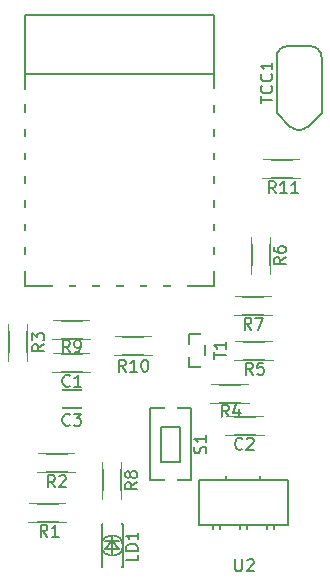
<source format=gto>
G04 #@! TF.GenerationSoftware,KiCad,Pcbnew,5.0.0-fee4fd1~66~ubuntu16.04.1*
G04 #@! TF.CreationDate,2018-08-26T15:56:11+02:00*
G04 #@! TF.ProjectId,RESP,524553502E6B696361645F7063620000,rev?*
G04 #@! TF.SameCoordinates,Original*
G04 #@! TF.FileFunction,Legend,Top*
G04 #@! TF.FilePolarity,Positive*
%FSLAX46Y46*%
G04 Gerber Fmt 4.6, Leading zero omitted, Abs format (unit mm)*
G04 Created by KiCad (PCBNEW 5.0.0-fee4fd1~66~ubuntu16.04.1) date Sun Aug 26 15:56:11 2018*
%MOMM*%
%LPD*%
G01*
G04 APERTURE LIST*
%ADD10C,0.150000*%
%ADD11R,1.116000X1.624000*%
%ADD12R,1.827200X1.827200*%
%ADD13O,1.827200X1.827200*%
%ADD14R,1.624000X1.116000*%
%ADD15R,3.100000X1.300000*%
%ADD16O,3.100000X1.300000*%
%ADD17O,1.300000X3.100000*%
%ADD18R,1.624000X1.370000*%
%ADD19C,1.300000*%
%ADD20C,1.100000*%
%ADD21R,1.014400X1.014400*%
%ADD22R,1.370000X1.014400*%
%ADD23R,1.243000X1.751000*%
%ADD24R,3.757600X2.132000*%
%ADD25R,1.116000X2.132000*%
%ADD26R,1.116000X2.894000*%
G04 APERTURE END LIST*
D10*
G04 #@! TO.C,C2*
X78881870Y-164086160D02*
X78881870Y-162562160D01*
X82031470Y-164086160D02*
X82031470Y-162562160D01*
X82031470Y-162562160D02*
X78881870Y-162562160D01*
X82031470Y-164086160D02*
X78881870Y-164086160D01*
G04 #@! TO.C,R1*
X65330970Y-169928160D02*
X65330970Y-171452160D01*
X62181370Y-169928160D02*
X62181370Y-171452160D01*
X62181370Y-171452160D02*
X65330970Y-171452160D01*
X62181370Y-169928160D02*
X65330970Y-169928160D01*
G04 #@! TO.C,R2*
X66092970Y-165673660D02*
X66092970Y-167197660D01*
X62943370Y-165673660D02*
X62943370Y-167197660D01*
X62943370Y-167197660D02*
X66092970Y-167197660D01*
X62943370Y-165673660D02*
X66092970Y-165673660D01*
G04 #@! TO.C,R3*
X61978170Y-157786960D02*
X60454170Y-157786960D01*
X61978170Y-154637360D02*
X60454170Y-154637360D01*
X60454170Y-154637360D02*
X60454170Y-157786960D01*
X61978170Y-154637360D02*
X61978170Y-157786960D01*
G04 #@! TO.C,R4*
X77611870Y-161355660D02*
X77611870Y-159831660D01*
X80761470Y-161355660D02*
X80761470Y-159831660D01*
X80761470Y-159831660D02*
X77611870Y-159831660D01*
X80761470Y-161355660D02*
X77611870Y-161355660D01*
G04 #@! TO.C,R5*
X79643870Y-157672660D02*
X79643870Y-156148660D01*
X82793470Y-157672660D02*
X82793470Y-156148660D01*
X82793470Y-156148660D02*
X79643870Y-156148660D01*
X82793470Y-157672660D02*
X79643870Y-157672660D01*
G04 #@! TO.C,R6*
X81028170Y-147271360D02*
X82552170Y-147271360D01*
X81028170Y-150420960D02*
X82552170Y-150420960D01*
X82552170Y-150420960D02*
X82552170Y-147271360D01*
X81028170Y-150420960D02*
X81028170Y-147271360D01*
G04 #@! TO.C,U1*
X61852170Y-134480160D02*
X61852170Y-150480160D01*
X77852170Y-134480160D02*
X77852170Y-150480160D01*
X77852170Y-133480160D02*
X61852170Y-133480160D01*
X61852170Y-134480160D02*
X61852170Y-128480160D01*
X61852170Y-128480160D02*
X77852170Y-128480160D01*
X77852170Y-128480160D02*
X77852170Y-134480160D01*
X61852170Y-150480160D02*
X61852170Y-151480160D01*
X61852170Y-151480160D02*
X77852170Y-151480160D01*
X77852170Y-151480160D02*
X77852170Y-150480160D01*
G04 #@! TO.C,R7*
X79580370Y-153862660D02*
X79580370Y-152338660D01*
X82729970Y-153862660D02*
X82729970Y-152338660D01*
X82729970Y-152338660D02*
X79580370Y-152338660D01*
X82729970Y-153862660D02*
X79580370Y-153862660D01*
G04 #@! TO.C,R8*
X68455170Y-166321360D02*
X69979170Y-166321360D01*
X68455170Y-169470960D02*
X69979170Y-169470960D01*
X69979170Y-169470960D02*
X69979170Y-166321360D01*
X68455170Y-169470960D02*
X68455170Y-166321360D01*
G04 #@! TO.C,LD1*
X69217170Y-172520660D02*
X69217170Y-174320660D01*
X69817170Y-173020660D02*
X68617170Y-173020660D01*
X69817170Y-173720660D02*
X69217170Y-173020660D01*
X69217170Y-173020660D02*
X68617170Y-173720660D01*
X68617170Y-173720660D02*
X69817170Y-173720660D01*
X70117170Y-173420660D02*
G75*
G03X70117170Y-173420660I-900000J0D01*
G01*
X68330710Y-175264700D02*
X70106170Y-175264700D01*
X70106170Y-175264700D02*
X70106170Y-171584240D01*
X70106170Y-171584240D02*
X68330710Y-171584240D01*
X68330710Y-171584240D02*
X68330710Y-175264700D01*
G04 #@! TO.C,TCC1*
X86933670Y-132082160D02*
X86933670Y-136768460D01*
X83123670Y-132082160D02*
X83123670Y-136768460D01*
X85752570Y-137949560D02*
X86933670Y-136768460D01*
X84304770Y-137949560D02*
X83123670Y-136768460D01*
X84304770Y-137949560D02*
G75*
G03X85752570Y-137949560I723900J723900D01*
G01*
X84076170Y-131129660D02*
X85981170Y-131129660D01*
X86933670Y-132082160D02*
G75*
G03X85981170Y-131129660I-952500J0D01*
G01*
X84076170Y-131129660D02*
G75*
G03X83123670Y-132082160I0J-952500D01*
G01*
G04 #@! TO.C,T1*
X77092670Y-156210660D02*
X77392670Y-156210660D01*
X77392670Y-156210660D02*
X77392670Y-155710660D01*
X77392670Y-155710660D02*
X77092670Y-155710660D01*
X77092670Y-158110660D02*
X77392670Y-158110660D01*
X77392670Y-158110660D02*
X77392670Y-157610660D01*
X77392670Y-157610660D02*
X77092670Y-157610660D01*
X75692670Y-157210660D02*
X75392670Y-157210660D01*
X75392670Y-157210660D02*
X75392670Y-156610660D01*
X75392670Y-156610660D02*
X75692670Y-156610660D01*
X77092670Y-156910660D02*
X77092670Y-158310660D01*
X77092670Y-158310660D02*
X75692670Y-158310660D01*
X75692670Y-158310660D02*
X75692670Y-155510660D01*
X75692670Y-155510660D02*
X77092670Y-155510660D01*
X77092670Y-155510660D02*
X77092670Y-156910660D01*
G04 #@! TO.C,C1*
X67362970Y-157228160D02*
X67362970Y-158752160D01*
X64213370Y-157228160D02*
X64213370Y-158752160D01*
X64213370Y-158752160D02*
X67362970Y-158752160D01*
X64213370Y-157228160D02*
X67362970Y-157228160D01*
G04 #@! TO.C,C3*
X64835670Y-161800160D02*
X64835670Y-160276160D01*
X64708670Y-161800160D02*
X64708670Y-160276160D01*
X64581670Y-161800160D02*
X64581670Y-160276160D01*
X64454670Y-161800160D02*
X64454670Y-160276160D01*
X64327670Y-161800160D02*
X64327670Y-160276160D01*
X64200670Y-161800160D02*
X64200670Y-160276160D01*
X67375670Y-161800160D02*
X67375670Y-160276160D01*
X67375670Y-160276160D02*
X64200670Y-160276160D01*
X67375670Y-161800160D02*
X64200670Y-161800160D01*
G04 #@! TO.C,R9*
X67362970Y-154434160D02*
X67362970Y-155958160D01*
X64213370Y-154434160D02*
X64213370Y-155958160D01*
X64213370Y-155958160D02*
X67362970Y-155958160D01*
X64213370Y-154434160D02*
X67362970Y-154434160D01*
G04 #@! TO.C,R10*
X72569970Y-155767660D02*
X72569970Y-157291660D01*
X69420370Y-155767660D02*
X69420370Y-157291660D01*
X69420370Y-157291660D02*
X72569970Y-157291660D01*
X69420370Y-155767660D02*
X72569970Y-155767660D01*
G04 #@! TO.C,U2*
X82329670Y-171701160D02*
X82329670Y-173401160D01*
X82329670Y-173401160D02*
X82929670Y-173401160D01*
X82929670Y-173401160D02*
X82929670Y-171701160D01*
X80029670Y-171701160D02*
X80029670Y-173401160D01*
X80029670Y-173401160D02*
X80629670Y-173401160D01*
X80629670Y-173401160D02*
X80629670Y-171801160D01*
X77729670Y-171701160D02*
X77729670Y-173401160D01*
X77729670Y-173401160D02*
X78329670Y-173401160D01*
X78329670Y-173401160D02*
X78329670Y-171701160D01*
X78829670Y-167901160D02*
X78829670Y-166201160D01*
X78829670Y-166201160D02*
X81729670Y-166201160D01*
X81729670Y-166201160D02*
X81729670Y-167901160D01*
X76529670Y-171701160D02*
X84129670Y-171701160D01*
X84129670Y-171701160D02*
X84129670Y-167901160D01*
X84129670Y-167901160D02*
X76529670Y-167901160D01*
X76529670Y-167901160D02*
X76529670Y-171701160D01*
G04 #@! TO.C,R11*
X81993370Y-142305660D02*
X81993370Y-140781660D01*
X85142970Y-142305660D02*
X85142970Y-140781660D01*
X85142970Y-140781660D02*
X81993370Y-140781660D01*
X85142970Y-142305660D02*
X81993370Y-142305660D01*
G04 #@! TO.C,S1*
X73377690Y-164848160D02*
X73377690Y-163341940D01*
X73377690Y-163341940D02*
X74962650Y-163341940D01*
X74962650Y-163341940D02*
X74962650Y-166354380D01*
X74962650Y-166354380D02*
X73377690Y-166354380D01*
X73377690Y-166354380D02*
X73377690Y-164848160D01*
X75915150Y-161833180D02*
X75915150Y-167888540D01*
X75915150Y-167888540D02*
X72425190Y-167888540D01*
X72425190Y-167888540D02*
X72425190Y-161795080D01*
X72425190Y-161795080D02*
X75915150Y-161795080D01*
X75915150Y-161795080D02*
X75915150Y-161833180D01*
G04 #@! TO.C,C2*
X80226503Y-165205302D02*
X80178884Y-165252921D01*
X80036027Y-165300540D01*
X79940789Y-165300540D01*
X79797931Y-165252921D01*
X79702693Y-165157683D01*
X79655074Y-165062445D01*
X79607455Y-164871969D01*
X79607455Y-164729112D01*
X79655074Y-164538636D01*
X79702693Y-164443398D01*
X79797931Y-164348160D01*
X79940789Y-164300540D01*
X80036027Y-164300540D01*
X80178884Y-164348160D01*
X80226503Y-164395779D01*
X80607455Y-164395779D02*
X80655074Y-164348160D01*
X80750312Y-164300540D01*
X80988408Y-164300540D01*
X81083646Y-164348160D01*
X81131265Y-164395779D01*
X81178884Y-164491017D01*
X81178884Y-164586255D01*
X81131265Y-164729112D01*
X80559836Y-165300540D01*
X81178884Y-165300540D01*
G04 #@! TO.C,R1*
X63716503Y-172666540D02*
X63383170Y-172190350D01*
X63145074Y-172666540D02*
X63145074Y-171666540D01*
X63526027Y-171666540D01*
X63621265Y-171714160D01*
X63668884Y-171761779D01*
X63716503Y-171857017D01*
X63716503Y-171999874D01*
X63668884Y-172095112D01*
X63621265Y-172142731D01*
X63526027Y-172190350D01*
X63145074Y-172190350D01*
X64668884Y-172666540D02*
X64097455Y-172666540D01*
X64383170Y-172666540D02*
X64383170Y-171666540D01*
X64287931Y-171809398D01*
X64192693Y-171904636D01*
X64097455Y-171952255D01*
G04 #@! TO.C,R2*
X64351503Y-168475540D02*
X64018170Y-167999350D01*
X63780074Y-168475540D02*
X63780074Y-167475540D01*
X64161027Y-167475540D01*
X64256265Y-167523160D01*
X64303884Y-167570779D01*
X64351503Y-167666017D01*
X64351503Y-167808874D01*
X64303884Y-167904112D01*
X64256265Y-167951731D01*
X64161027Y-167999350D01*
X63780074Y-167999350D01*
X64732455Y-167570779D02*
X64780074Y-167523160D01*
X64875312Y-167475540D01*
X65113408Y-167475540D01*
X65208646Y-167523160D01*
X65256265Y-167570779D01*
X65303884Y-167666017D01*
X65303884Y-167761255D01*
X65256265Y-167904112D01*
X64684836Y-168475540D01*
X65303884Y-168475540D01*
G04 #@! TO.C,R3*
X63446550Y-156378826D02*
X62970360Y-156712160D01*
X63446550Y-156950255D02*
X62446550Y-156950255D01*
X62446550Y-156569302D01*
X62494170Y-156474064D01*
X62541789Y-156426445D01*
X62637027Y-156378826D01*
X62779884Y-156378826D01*
X62875122Y-156426445D01*
X62922741Y-156474064D01*
X62970360Y-156569302D01*
X62970360Y-156950255D01*
X62446550Y-156045493D02*
X62446550Y-155426445D01*
X62827503Y-155759779D01*
X62827503Y-155616921D01*
X62875122Y-155521683D01*
X62922741Y-155474064D01*
X63017979Y-155426445D01*
X63256074Y-155426445D01*
X63351312Y-155474064D01*
X63398931Y-155521683D01*
X63446550Y-155616921D01*
X63446550Y-155902636D01*
X63398931Y-155997874D01*
X63351312Y-156045493D01*
G04 #@! TO.C,R4*
X79083503Y-162506540D02*
X78750170Y-162030350D01*
X78512074Y-162506540D02*
X78512074Y-161506540D01*
X78893027Y-161506540D01*
X78988265Y-161554160D01*
X79035884Y-161601779D01*
X79083503Y-161697017D01*
X79083503Y-161839874D01*
X79035884Y-161935112D01*
X78988265Y-161982731D01*
X78893027Y-162030350D01*
X78512074Y-162030350D01*
X79940646Y-161839874D02*
X79940646Y-162506540D01*
X79702550Y-161458921D02*
X79464455Y-162173207D01*
X80083503Y-162173207D01*
G04 #@! TO.C,R5*
X81115503Y-158950540D02*
X80782170Y-158474350D01*
X80544074Y-158950540D02*
X80544074Y-157950540D01*
X80925027Y-157950540D01*
X81020265Y-157998160D01*
X81067884Y-158045779D01*
X81115503Y-158141017D01*
X81115503Y-158283874D01*
X81067884Y-158379112D01*
X81020265Y-158426731D01*
X80925027Y-158474350D01*
X80544074Y-158474350D01*
X82020265Y-157950540D02*
X81544074Y-157950540D01*
X81496455Y-158426731D01*
X81544074Y-158379112D01*
X81639312Y-158331493D01*
X81877408Y-158331493D01*
X81972646Y-158379112D01*
X82020265Y-158426731D01*
X82067884Y-158521969D01*
X82067884Y-158760064D01*
X82020265Y-158855302D01*
X81972646Y-158902921D01*
X81877408Y-158950540D01*
X81639312Y-158950540D01*
X81544074Y-158902921D01*
X81496455Y-158855302D01*
G04 #@! TO.C,R6*
X83893550Y-149012826D02*
X83417360Y-149346160D01*
X83893550Y-149584255D02*
X82893550Y-149584255D01*
X82893550Y-149203302D01*
X82941170Y-149108064D01*
X82988789Y-149060445D01*
X83084027Y-149012826D01*
X83226884Y-149012826D01*
X83322122Y-149060445D01*
X83369741Y-149108064D01*
X83417360Y-149203302D01*
X83417360Y-149584255D01*
X82893550Y-148155683D02*
X82893550Y-148346160D01*
X82941170Y-148441398D01*
X82988789Y-148489017D01*
X83131646Y-148584255D01*
X83322122Y-148631874D01*
X83703074Y-148631874D01*
X83798312Y-148584255D01*
X83845931Y-148536636D01*
X83893550Y-148441398D01*
X83893550Y-148250921D01*
X83845931Y-148155683D01*
X83798312Y-148108064D01*
X83703074Y-148060445D01*
X83464979Y-148060445D01*
X83369741Y-148108064D01*
X83322122Y-148155683D01*
X83274503Y-148250921D01*
X83274503Y-148441398D01*
X83322122Y-148536636D01*
X83369741Y-148584255D01*
X83464979Y-148631874D01*
G04 #@! TO.C,R7*
X80988503Y-155140540D02*
X80655170Y-154664350D01*
X80417074Y-155140540D02*
X80417074Y-154140540D01*
X80798027Y-154140540D01*
X80893265Y-154188160D01*
X80940884Y-154235779D01*
X80988503Y-154331017D01*
X80988503Y-154473874D01*
X80940884Y-154569112D01*
X80893265Y-154616731D01*
X80798027Y-154664350D01*
X80417074Y-154664350D01*
X81321836Y-154140540D02*
X81988503Y-154140540D01*
X81559931Y-155140540D01*
G04 #@! TO.C,R8*
X71320550Y-168062826D02*
X70844360Y-168396160D01*
X71320550Y-168634255D02*
X70320550Y-168634255D01*
X70320550Y-168253302D01*
X70368170Y-168158064D01*
X70415789Y-168110445D01*
X70511027Y-168062826D01*
X70653884Y-168062826D01*
X70749122Y-168110445D01*
X70796741Y-168158064D01*
X70844360Y-168253302D01*
X70844360Y-168634255D01*
X70749122Y-167491398D02*
X70701503Y-167586636D01*
X70653884Y-167634255D01*
X70558646Y-167681874D01*
X70511027Y-167681874D01*
X70415789Y-167634255D01*
X70368170Y-167586636D01*
X70320550Y-167491398D01*
X70320550Y-167300921D01*
X70368170Y-167205683D01*
X70415789Y-167158064D01*
X70511027Y-167110445D01*
X70558646Y-167110445D01*
X70653884Y-167158064D01*
X70701503Y-167205683D01*
X70749122Y-167300921D01*
X70749122Y-167491398D01*
X70796741Y-167586636D01*
X70844360Y-167634255D01*
X70939598Y-167681874D01*
X71130074Y-167681874D01*
X71225312Y-167634255D01*
X71272931Y-167586636D01*
X71320550Y-167491398D01*
X71320550Y-167300921D01*
X71272931Y-167205683D01*
X71225312Y-167158064D01*
X71130074Y-167110445D01*
X70939598Y-167110445D01*
X70844360Y-167158064D01*
X70796741Y-167205683D01*
X70749122Y-167300921D01*
G04 #@! TO.C,LD1*
X71369550Y-174187326D02*
X71369550Y-174663517D01*
X70369550Y-174663517D01*
X71369550Y-173853993D02*
X70369550Y-173853993D01*
X70369550Y-173615898D01*
X70417170Y-173473040D01*
X70512408Y-173377802D01*
X70607646Y-173330183D01*
X70798122Y-173282564D01*
X70940979Y-173282564D01*
X71131455Y-173330183D01*
X71226693Y-173377802D01*
X71321931Y-173473040D01*
X71369550Y-173615898D01*
X71369550Y-173853993D01*
X71369550Y-172330183D02*
X71369550Y-172901612D01*
X71369550Y-172615898D02*
X70369550Y-172615898D01*
X70512408Y-172711136D01*
X70607646Y-172806374D01*
X70655265Y-172901612D01*
G04 #@! TO.C,TCC1*
X81782300Y-135971314D02*
X81782300Y-135399886D01*
X82782300Y-135685600D02*
X81782300Y-135685600D01*
X82687062Y-134495124D02*
X82734681Y-134542743D01*
X82782300Y-134685600D01*
X82782300Y-134780838D01*
X82734681Y-134923695D01*
X82639443Y-135018933D01*
X82544205Y-135066552D01*
X82353729Y-135114171D01*
X82210872Y-135114171D01*
X82020396Y-135066552D01*
X81925158Y-135018933D01*
X81829920Y-134923695D01*
X81782300Y-134780838D01*
X81782300Y-134685600D01*
X81829920Y-134542743D01*
X81877539Y-134495124D01*
X82687062Y-133495124D02*
X82734681Y-133542743D01*
X82782300Y-133685600D01*
X82782300Y-133780838D01*
X82734681Y-133923695D01*
X82639443Y-134018933D01*
X82544205Y-134066552D01*
X82353729Y-134114171D01*
X82210872Y-134114171D01*
X82020396Y-134066552D01*
X81925158Y-134018933D01*
X81829920Y-133923695D01*
X81782300Y-133780838D01*
X81782300Y-133685600D01*
X81829920Y-133542743D01*
X81877539Y-133495124D01*
X82782300Y-132542743D02*
X82782300Y-133114171D01*
X82782300Y-132828457D02*
X81782300Y-132828457D01*
X81925158Y-132923695D01*
X82020396Y-133018933D01*
X82068015Y-133114171D01*
G04 #@! TO.C,T1*
X77813550Y-157609064D02*
X77813550Y-157037636D01*
X78813550Y-157323350D02*
X77813550Y-157323350D01*
X78813550Y-156180493D02*
X78813550Y-156751921D01*
X78813550Y-156466207D02*
X77813550Y-156466207D01*
X77956408Y-156561445D01*
X78051646Y-156656683D01*
X78099265Y-156751921D01*
G04 #@! TO.C,C1*
X65621503Y-159871302D02*
X65573884Y-159918921D01*
X65431027Y-159966540D01*
X65335789Y-159966540D01*
X65192931Y-159918921D01*
X65097693Y-159823683D01*
X65050074Y-159728445D01*
X65002455Y-159537969D01*
X65002455Y-159395112D01*
X65050074Y-159204636D01*
X65097693Y-159109398D01*
X65192931Y-159014160D01*
X65335789Y-158966540D01*
X65431027Y-158966540D01*
X65573884Y-159014160D01*
X65621503Y-159061779D01*
X66573884Y-159966540D02*
X66002455Y-159966540D01*
X66288170Y-159966540D02*
X66288170Y-158966540D01*
X66192931Y-159109398D01*
X66097693Y-159204636D01*
X66002455Y-159252255D01*
G04 #@! TO.C,C3*
X65621503Y-163173302D02*
X65573884Y-163220921D01*
X65431027Y-163268540D01*
X65335789Y-163268540D01*
X65192931Y-163220921D01*
X65097693Y-163125683D01*
X65050074Y-163030445D01*
X65002455Y-162839969D01*
X65002455Y-162697112D01*
X65050074Y-162506636D01*
X65097693Y-162411398D01*
X65192931Y-162316160D01*
X65335789Y-162268540D01*
X65431027Y-162268540D01*
X65573884Y-162316160D01*
X65621503Y-162363779D01*
X65954836Y-162268540D02*
X66573884Y-162268540D01*
X66240550Y-162649493D01*
X66383408Y-162649493D01*
X66478646Y-162697112D01*
X66526265Y-162744731D01*
X66573884Y-162839969D01*
X66573884Y-163078064D01*
X66526265Y-163173302D01*
X66478646Y-163220921D01*
X66383408Y-163268540D01*
X66097693Y-163268540D01*
X66002455Y-163220921D01*
X65954836Y-163173302D01*
G04 #@! TO.C,R9*
X65621503Y-157045540D02*
X65288170Y-156569350D01*
X65050074Y-157045540D02*
X65050074Y-156045540D01*
X65431027Y-156045540D01*
X65526265Y-156093160D01*
X65573884Y-156140779D01*
X65621503Y-156236017D01*
X65621503Y-156378874D01*
X65573884Y-156474112D01*
X65526265Y-156521731D01*
X65431027Y-156569350D01*
X65050074Y-156569350D01*
X66097693Y-157045540D02*
X66288170Y-157045540D01*
X66383408Y-156997921D01*
X66431027Y-156950302D01*
X66526265Y-156807445D01*
X66573884Y-156616969D01*
X66573884Y-156236017D01*
X66526265Y-156140779D01*
X66478646Y-156093160D01*
X66383408Y-156045540D01*
X66192931Y-156045540D01*
X66097693Y-156093160D01*
X66050074Y-156140779D01*
X66002455Y-156236017D01*
X66002455Y-156474112D01*
X66050074Y-156569350D01*
X66097693Y-156616969D01*
X66192931Y-156664588D01*
X66383408Y-156664588D01*
X66478646Y-156616969D01*
X66526265Y-156569350D01*
X66573884Y-156474112D01*
G04 #@! TO.C,R10*
X70352312Y-158696540D02*
X70018979Y-158220350D01*
X69780884Y-158696540D02*
X69780884Y-157696540D01*
X70161836Y-157696540D01*
X70257074Y-157744160D01*
X70304693Y-157791779D01*
X70352312Y-157887017D01*
X70352312Y-158029874D01*
X70304693Y-158125112D01*
X70257074Y-158172731D01*
X70161836Y-158220350D01*
X69780884Y-158220350D01*
X71304693Y-158696540D02*
X70733265Y-158696540D01*
X71018979Y-158696540D02*
X71018979Y-157696540D01*
X70923741Y-157839398D01*
X70828503Y-157934636D01*
X70733265Y-157982255D01*
X71923741Y-157696540D02*
X72018979Y-157696540D01*
X72114217Y-157744160D01*
X72161836Y-157791779D01*
X72209455Y-157887017D01*
X72257074Y-158077493D01*
X72257074Y-158315588D01*
X72209455Y-158506064D01*
X72161836Y-158601302D01*
X72114217Y-158648921D01*
X72018979Y-158696540D01*
X71923741Y-158696540D01*
X71828503Y-158648921D01*
X71780884Y-158601302D01*
X71733265Y-158506064D01*
X71685646Y-158315588D01*
X71685646Y-158077493D01*
X71733265Y-157887017D01*
X71780884Y-157791779D01*
X71828503Y-157744160D01*
X71923741Y-157696540D01*
G04 #@! TO.C,U2*
X79631265Y-174587540D02*
X79631265Y-175397064D01*
X79678884Y-175492302D01*
X79726503Y-175539921D01*
X79821741Y-175587540D01*
X80012217Y-175587540D01*
X80107455Y-175539921D01*
X80155074Y-175492302D01*
X80202693Y-175397064D01*
X80202693Y-174587540D01*
X80631265Y-174682779D02*
X80678884Y-174635160D01*
X80774122Y-174587540D01*
X81012217Y-174587540D01*
X81107455Y-174635160D01*
X81155074Y-174682779D01*
X81202693Y-174778017D01*
X81202693Y-174873255D01*
X81155074Y-175016112D01*
X80583646Y-175587540D01*
X81202693Y-175587540D01*
G04 #@! TO.C,R11*
X83052312Y-143583540D02*
X82718979Y-143107350D01*
X82480884Y-143583540D02*
X82480884Y-142583540D01*
X82861836Y-142583540D01*
X82957074Y-142631160D01*
X83004693Y-142678779D01*
X83052312Y-142774017D01*
X83052312Y-142916874D01*
X83004693Y-143012112D01*
X82957074Y-143059731D01*
X82861836Y-143107350D01*
X82480884Y-143107350D01*
X84004693Y-143583540D02*
X83433265Y-143583540D01*
X83718979Y-143583540D02*
X83718979Y-142583540D01*
X83623741Y-142726398D01*
X83528503Y-142821636D01*
X83433265Y-142869255D01*
X84957074Y-143583540D02*
X84385646Y-143583540D01*
X84671360Y-143583540D02*
X84671360Y-142583540D01*
X84576122Y-142726398D01*
X84480884Y-142821636D01*
X84385646Y-142869255D01*
G04 #@! TO.C,S1*
X77114931Y-165610064D02*
X77162550Y-165467207D01*
X77162550Y-165229112D01*
X77114931Y-165133874D01*
X77067312Y-165086255D01*
X76972074Y-165038636D01*
X76876836Y-165038636D01*
X76781598Y-165086255D01*
X76733979Y-165133874D01*
X76686360Y-165229112D01*
X76638741Y-165419588D01*
X76591122Y-165514826D01*
X76543503Y-165562445D01*
X76448265Y-165610064D01*
X76353027Y-165610064D01*
X76257789Y-165562445D01*
X76210170Y-165514826D01*
X76162550Y-165419588D01*
X76162550Y-165181493D01*
X76210170Y-165038636D01*
X77162550Y-164086255D02*
X77162550Y-164657683D01*
X77162550Y-164371969D02*
X76162550Y-164371969D01*
X76305408Y-164467207D01*
X76400646Y-164562445D01*
X76448265Y-164657683D01*
G04 #@! TD*
%LPC*%
D11*
G04 #@! TO.C,C2*
X81884150Y-163324160D03*
X79029190Y-163324160D03*
G04 #@! TD*
D12*
G04 #@! TO.C,P1*
X87632170Y-147957160D03*
D13*
X85092170Y-147957160D03*
X87632170Y-150497160D03*
X85092170Y-150497160D03*
X87632170Y-153037160D03*
X85092170Y-153037160D03*
X87632170Y-155577160D03*
X85092170Y-155577160D03*
X87632170Y-158117160D03*
X85092170Y-158117160D03*
G04 #@! TD*
D11*
G04 #@! TO.C,R1*
X62328690Y-170690160D03*
X65183650Y-170690160D03*
G04 #@! TD*
G04 #@! TO.C,R2*
X63090690Y-166435660D03*
X65945650Y-166435660D03*
G04 #@! TD*
D14*
G04 #@! TO.C,R3*
X61216170Y-154784680D03*
X61216170Y-157639640D03*
G04 #@! TD*
D11*
G04 #@! TO.C,R4*
X80614150Y-160593660D03*
X77759190Y-160593660D03*
G04 #@! TD*
G04 #@! TO.C,R5*
X82646150Y-156910660D03*
X79791190Y-156910660D03*
G04 #@! TD*
D14*
G04 #@! TO.C,R6*
X81790170Y-150273640D03*
X81790170Y-147418680D03*
G04 #@! TD*
D15*
G04 #@! TO.C,U1*
X61852170Y-135480160D03*
D16*
X61852170Y-137480160D03*
X61852170Y-139480160D03*
X61852170Y-141480160D03*
X61852170Y-143480160D03*
X61852170Y-145480160D03*
X61852170Y-147480160D03*
X61852170Y-149480160D03*
X77852170Y-149480160D03*
X77852170Y-147480160D03*
X77852170Y-143480160D03*
X77852170Y-141480160D03*
X77852170Y-139480160D03*
X77852170Y-137480160D03*
X77852170Y-135480160D03*
X77852170Y-145480160D03*
D17*
X74852170Y-151480160D03*
X72852170Y-151480160D03*
X70852170Y-151480160D03*
X68852170Y-151480160D03*
X66852170Y-151480160D03*
X64852170Y-151480160D03*
G04 #@! TD*
D11*
G04 #@! TO.C,R7*
X82582650Y-153100660D03*
X79727690Y-153100660D03*
G04 #@! TD*
D14*
G04 #@! TO.C,R8*
X69217170Y-169323640D03*
X69217170Y-166468680D03*
G04 #@! TD*
D18*
G04 #@! TO.C,LD1*
X69217170Y-171833160D03*
X69217170Y-175008160D03*
G04 #@! TD*
D19*
G04 #@! TO.C,TCC1*
X84028670Y-135685660D03*
D20*
X85028670Y-137185660D03*
X84028670Y-132085660D03*
X86028670Y-132085660D03*
D19*
X86028670Y-135685660D03*
X86028670Y-133685660D03*
X84028670Y-133685660D03*
G04 #@! TD*
D21*
G04 #@! TO.C,T1*
X77268970Y-157863160D03*
X77268970Y-155958160D03*
D22*
X75341110Y-156910660D03*
G04 #@! TD*
D11*
G04 #@! TO.C,C1*
X64360690Y-157990160D03*
X67215650Y-157990160D03*
G04 #@! TD*
D23*
G04 #@! TO.C,C3*
X64360690Y-161038160D03*
X67215650Y-161038160D03*
G04 #@! TD*
D11*
G04 #@! TO.C,R9*
X64360690Y-155196160D03*
X67215650Y-155196160D03*
G04 #@! TD*
G04 #@! TO.C,R10*
X69567690Y-156529660D03*
X72422650Y-156529660D03*
G04 #@! TD*
D24*
G04 #@! TO.C,U2*
X80329670Y-166499160D03*
D25*
X80329670Y-173103160D03*
X82615670Y-173103160D03*
X78043670Y-173103160D03*
G04 #@! TD*
D11*
G04 #@! TO.C,R11*
X84995650Y-141543660D03*
X82140690Y-141543660D03*
G04 #@! TD*
D26*
G04 #@! TO.C,S1*
X74170170Y-168101900D03*
X74170170Y-161594420D03*
G04 #@! TD*
M02*

</source>
